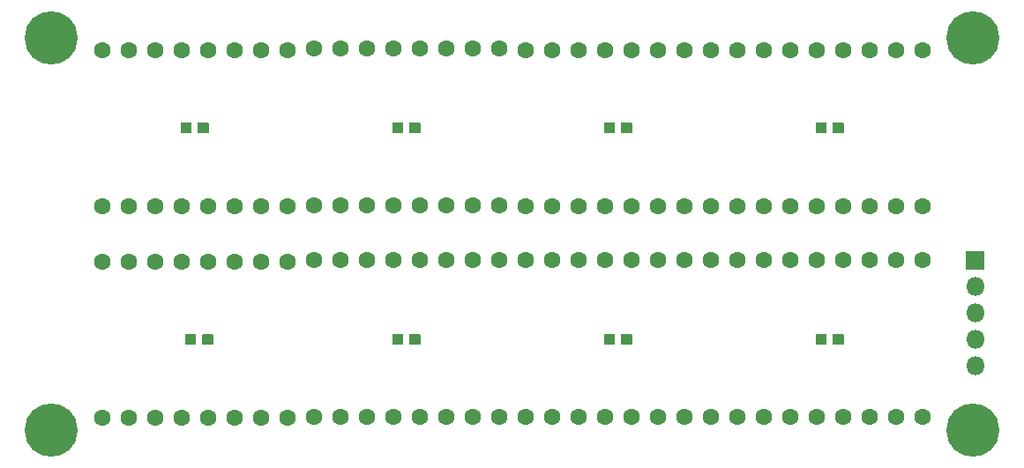
<source format=gbr>
G04 #@! TF.GenerationSoftware,KiCad,Pcbnew,(5.1.9)-1*
G04 #@! TF.CreationDate,2022-02-28T19:05:45+08:00*
G04 #@! TF.ProjectId,matrix_display16_32,6d617472-6978-45f6-9469-73706c617931,rev?*
G04 #@! TF.SameCoordinates,Original*
G04 #@! TF.FileFunction,Soldermask,Bot*
G04 #@! TF.FilePolarity,Negative*
%FSLAX46Y46*%
G04 Gerber Fmt 4.6, Leading zero omitted, Abs format (unit mm)*
G04 Created by KiCad (PCBNEW (5.1.9)-1) date 2022-02-28 19:05:45*
%MOMM*%
%LPD*%
G01*
G04 APERTURE LIST*
%ADD10C,5.102000*%
%ADD11C,1.602000*%
%ADD12O,1.802000X1.802000*%
G04 APERTURE END LIST*
D10*
X186500000Y-87820000D03*
X186500000Y-125540000D03*
X97980000Y-125540000D03*
X97980000Y-87820000D03*
D11*
X113030000Y-109340000D03*
X120650000Y-109340000D03*
X110490000Y-109340000D03*
X115570000Y-109340000D03*
X118110000Y-109340000D03*
X102870000Y-109340000D03*
X105410000Y-109340000D03*
X107950000Y-109340000D03*
X102870000Y-124340000D03*
X105410000Y-124340000D03*
X107950000Y-124340000D03*
X110490000Y-124340000D03*
X113030000Y-124340000D03*
X115570000Y-124340000D03*
X118110000Y-124340000D03*
X120650000Y-124340000D03*
X173990000Y-109220000D03*
X181610000Y-109220000D03*
X171450000Y-109220000D03*
X176530000Y-109220000D03*
X179070000Y-109220000D03*
X163830000Y-109220000D03*
X166370000Y-109220000D03*
X168910000Y-109220000D03*
X163830000Y-124220000D03*
X166370000Y-124220000D03*
X168910000Y-124220000D03*
X171450000Y-124220000D03*
X173990000Y-124220000D03*
X176530000Y-124220000D03*
X179070000Y-124220000D03*
X181610000Y-124220000D03*
X153670000Y-89020000D03*
X161290000Y-89020000D03*
X151130000Y-89020000D03*
X156210000Y-89020000D03*
X158750000Y-89020000D03*
X143510000Y-89020000D03*
X146050000Y-89020000D03*
X148590000Y-89020000D03*
X143510000Y-104020000D03*
X146050000Y-104020000D03*
X148590000Y-104020000D03*
X151130000Y-104020000D03*
X153670000Y-104020000D03*
X156210000Y-104020000D03*
X158750000Y-104020000D03*
X161290000Y-104020000D03*
X173990000Y-89020000D03*
X181610000Y-89020000D03*
X171450000Y-89020000D03*
X176530000Y-89020000D03*
X179070000Y-89020000D03*
X163830000Y-89020000D03*
X166370000Y-89020000D03*
X168910000Y-89020000D03*
X163830000Y-104020000D03*
X166370000Y-104020000D03*
X168910000Y-104020000D03*
X171450000Y-104020000D03*
X173990000Y-104020000D03*
X176530000Y-104020000D03*
X179070000Y-104020000D03*
X181610000Y-104020000D03*
X133350000Y-88900000D03*
X140970000Y-88900000D03*
X130810000Y-88900000D03*
X135890000Y-88900000D03*
X138430000Y-88900000D03*
X123190000Y-88900000D03*
X125730000Y-88900000D03*
X128270000Y-88900000D03*
X123190000Y-103900000D03*
X125730000Y-103900000D03*
X128270000Y-103900000D03*
X130810000Y-103900000D03*
X133350000Y-103900000D03*
X135890000Y-103900000D03*
X138430000Y-103900000D03*
X140970000Y-103900000D03*
X153670000Y-109220000D03*
X161290000Y-109220000D03*
X151130000Y-109220000D03*
X156210000Y-109220000D03*
X158750000Y-109220000D03*
X143510000Y-109220000D03*
X146050000Y-109220000D03*
X148590000Y-109220000D03*
X143510000Y-124220000D03*
X146050000Y-124220000D03*
X148590000Y-124220000D03*
X151130000Y-124220000D03*
X153670000Y-124220000D03*
X156210000Y-124220000D03*
X158750000Y-124220000D03*
X161290000Y-124220000D03*
X133350000Y-109220000D03*
X140970000Y-109220000D03*
X130810000Y-109220000D03*
X135890000Y-109220000D03*
X138430000Y-109220000D03*
X123190000Y-109220000D03*
X125730000Y-109220000D03*
X128270000Y-109220000D03*
X123190000Y-124220000D03*
X125730000Y-124220000D03*
X128270000Y-124220000D03*
X130810000Y-124220000D03*
X133350000Y-124220000D03*
X135890000Y-124220000D03*
X138430000Y-124220000D03*
X140970000Y-124220000D03*
X113030000Y-89020000D03*
X120650000Y-89020000D03*
X110490000Y-89020000D03*
X115570000Y-89020000D03*
X118110000Y-89020000D03*
X102870000Y-89020000D03*
X105410000Y-89020000D03*
X107950000Y-89020000D03*
X102870000Y-104020000D03*
X105410000Y-104020000D03*
X107950000Y-104020000D03*
X110490000Y-104020000D03*
X113030000Y-104020000D03*
X115570000Y-104020000D03*
X118110000Y-104020000D03*
X120650000Y-104020000D03*
G36*
G01*
X172433500Y-116380000D02*
X172433500Y-117300000D01*
G75*
G02*
X172382500Y-117351000I-51000J0D01*
G01*
X171417500Y-117351000D01*
G75*
G02*
X171366500Y-117300000I0J51000D01*
G01*
X171366500Y-116380000D01*
G75*
G02*
X171417500Y-116329000I51000J0D01*
G01*
X172382500Y-116329000D01*
G75*
G02*
X172433500Y-116380000I0J-51000D01*
G01*
G37*
G36*
G01*
X174073500Y-116380000D02*
X174073500Y-117300000D01*
G75*
G02*
X174022500Y-117351000I-51000J0D01*
G01*
X173057500Y-117351000D01*
G75*
G02*
X173006500Y-117300000I0J51000D01*
G01*
X173006500Y-116380000D01*
G75*
G02*
X173057500Y-116329000I51000J0D01*
G01*
X174022500Y-116329000D01*
G75*
G02*
X174073500Y-116380000I0J-51000D01*
G01*
G37*
G36*
G01*
X153753500Y-116380000D02*
X153753500Y-117300000D01*
G75*
G02*
X153702500Y-117351000I-51000J0D01*
G01*
X152737500Y-117351000D01*
G75*
G02*
X152686500Y-117300000I0J51000D01*
G01*
X152686500Y-116380000D01*
G75*
G02*
X152737500Y-116329000I51000J0D01*
G01*
X153702500Y-116329000D01*
G75*
G02*
X153753500Y-116380000I0J-51000D01*
G01*
G37*
G36*
G01*
X152113500Y-116380000D02*
X152113500Y-117300000D01*
G75*
G02*
X152062500Y-117351000I-51000J0D01*
G01*
X151097500Y-117351000D01*
G75*
G02*
X151046500Y-117300000I0J51000D01*
G01*
X151046500Y-116380000D01*
G75*
G02*
X151097500Y-116329000I51000J0D01*
G01*
X152062500Y-116329000D01*
G75*
G02*
X152113500Y-116380000I0J-51000D01*
G01*
G37*
G36*
G01*
X133433500Y-116380000D02*
X133433500Y-117300000D01*
G75*
G02*
X133382500Y-117351000I-51000J0D01*
G01*
X132417500Y-117351000D01*
G75*
G02*
X132366500Y-117300000I0J51000D01*
G01*
X132366500Y-116380000D01*
G75*
G02*
X132417500Y-116329000I51000J0D01*
G01*
X133382500Y-116329000D01*
G75*
G02*
X133433500Y-116380000I0J-51000D01*
G01*
G37*
G36*
G01*
X131793500Y-116380000D02*
X131793500Y-117300000D01*
G75*
G02*
X131742500Y-117351000I-51000J0D01*
G01*
X130777500Y-117351000D01*
G75*
G02*
X130726500Y-117300000I0J51000D01*
G01*
X130726500Y-116380000D01*
G75*
G02*
X130777500Y-116329000I51000J0D01*
G01*
X131742500Y-116329000D01*
G75*
G02*
X131793500Y-116380000I0J-51000D01*
G01*
G37*
G36*
G01*
X113563500Y-116380000D02*
X113563500Y-117300000D01*
G75*
G02*
X113512500Y-117351000I-51000J0D01*
G01*
X112547500Y-117351000D01*
G75*
G02*
X112496500Y-117300000I0J51000D01*
G01*
X112496500Y-116380000D01*
G75*
G02*
X112547500Y-116329000I51000J0D01*
G01*
X113512500Y-116329000D01*
G75*
G02*
X113563500Y-116380000I0J-51000D01*
G01*
G37*
G36*
G01*
X111923500Y-116380000D02*
X111923500Y-117300000D01*
G75*
G02*
X111872500Y-117351000I-51000J0D01*
G01*
X110907500Y-117351000D01*
G75*
G02*
X110856500Y-117300000I0J51000D01*
G01*
X110856500Y-116380000D01*
G75*
G02*
X110907500Y-116329000I51000J0D01*
G01*
X111872500Y-116329000D01*
G75*
G02*
X111923500Y-116380000I0J-51000D01*
G01*
G37*
G36*
G01*
X174073500Y-96060000D02*
X174073500Y-96980000D01*
G75*
G02*
X174022500Y-97031000I-51000J0D01*
G01*
X173057500Y-97031000D01*
G75*
G02*
X173006500Y-96980000I0J51000D01*
G01*
X173006500Y-96060000D01*
G75*
G02*
X173057500Y-96009000I51000J0D01*
G01*
X174022500Y-96009000D01*
G75*
G02*
X174073500Y-96060000I0J-51000D01*
G01*
G37*
G36*
G01*
X172433500Y-96060000D02*
X172433500Y-96980000D01*
G75*
G02*
X172382500Y-97031000I-51000J0D01*
G01*
X171417500Y-97031000D01*
G75*
G02*
X171366500Y-96980000I0J51000D01*
G01*
X171366500Y-96060000D01*
G75*
G02*
X171417500Y-96009000I51000J0D01*
G01*
X172382500Y-96009000D01*
G75*
G02*
X172433500Y-96060000I0J-51000D01*
G01*
G37*
G36*
G01*
X153753500Y-96060000D02*
X153753500Y-96980000D01*
G75*
G02*
X153702500Y-97031000I-51000J0D01*
G01*
X152737500Y-97031000D01*
G75*
G02*
X152686500Y-96980000I0J51000D01*
G01*
X152686500Y-96060000D01*
G75*
G02*
X152737500Y-96009000I51000J0D01*
G01*
X153702500Y-96009000D01*
G75*
G02*
X153753500Y-96060000I0J-51000D01*
G01*
G37*
G36*
G01*
X152113500Y-96060000D02*
X152113500Y-96980000D01*
G75*
G02*
X152062500Y-97031000I-51000J0D01*
G01*
X151097500Y-97031000D01*
G75*
G02*
X151046500Y-96980000I0J51000D01*
G01*
X151046500Y-96060000D01*
G75*
G02*
X151097500Y-96009000I51000J0D01*
G01*
X152062500Y-96009000D01*
G75*
G02*
X152113500Y-96060000I0J-51000D01*
G01*
G37*
G36*
G01*
X133433500Y-96060000D02*
X133433500Y-96980000D01*
G75*
G02*
X133382500Y-97031000I-51000J0D01*
G01*
X132417500Y-97031000D01*
G75*
G02*
X132366500Y-96980000I0J51000D01*
G01*
X132366500Y-96060000D01*
G75*
G02*
X132417500Y-96009000I51000J0D01*
G01*
X133382500Y-96009000D01*
G75*
G02*
X133433500Y-96060000I0J-51000D01*
G01*
G37*
G36*
G01*
X131793500Y-96060000D02*
X131793500Y-96980000D01*
G75*
G02*
X131742500Y-97031000I-51000J0D01*
G01*
X130777500Y-97031000D01*
G75*
G02*
X130726500Y-96980000I0J51000D01*
G01*
X130726500Y-96060000D01*
G75*
G02*
X130777500Y-96009000I51000J0D01*
G01*
X131742500Y-96009000D01*
G75*
G02*
X131793500Y-96060000I0J-51000D01*
G01*
G37*
G36*
G01*
X113113500Y-96060000D02*
X113113500Y-96980000D01*
G75*
G02*
X113062500Y-97031000I-51000J0D01*
G01*
X112097500Y-97031000D01*
G75*
G02*
X112046500Y-96980000I0J51000D01*
G01*
X112046500Y-96060000D01*
G75*
G02*
X112097500Y-96009000I51000J0D01*
G01*
X113062500Y-96009000D01*
G75*
G02*
X113113500Y-96060000I0J-51000D01*
G01*
G37*
G36*
G01*
X111473500Y-96060000D02*
X111473500Y-96980000D01*
G75*
G02*
X111422500Y-97031000I-51000J0D01*
G01*
X110457500Y-97031000D01*
G75*
G02*
X110406500Y-96980000I0J51000D01*
G01*
X110406500Y-96060000D01*
G75*
G02*
X110457500Y-96009000I51000J0D01*
G01*
X111422500Y-96009000D01*
G75*
G02*
X111473500Y-96060000I0J-51000D01*
G01*
G37*
G36*
G01*
X185789000Y-110070000D02*
X185789000Y-108370000D01*
G75*
G02*
X185840000Y-108319000I51000J0D01*
G01*
X187540000Y-108319000D01*
G75*
G02*
X187591000Y-108370000I0J-51000D01*
G01*
X187591000Y-110070000D01*
G75*
G02*
X187540000Y-110121000I-51000J0D01*
G01*
X185840000Y-110121000D01*
G75*
G02*
X185789000Y-110070000I0J51000D01*
G01*
G37*
D12*
X186690000Y-111760000D03*
X186690000Y-114300000D03*
X186690000Y-116840000D03*
X186690000Y-119380000D03*
M02*

</source>
